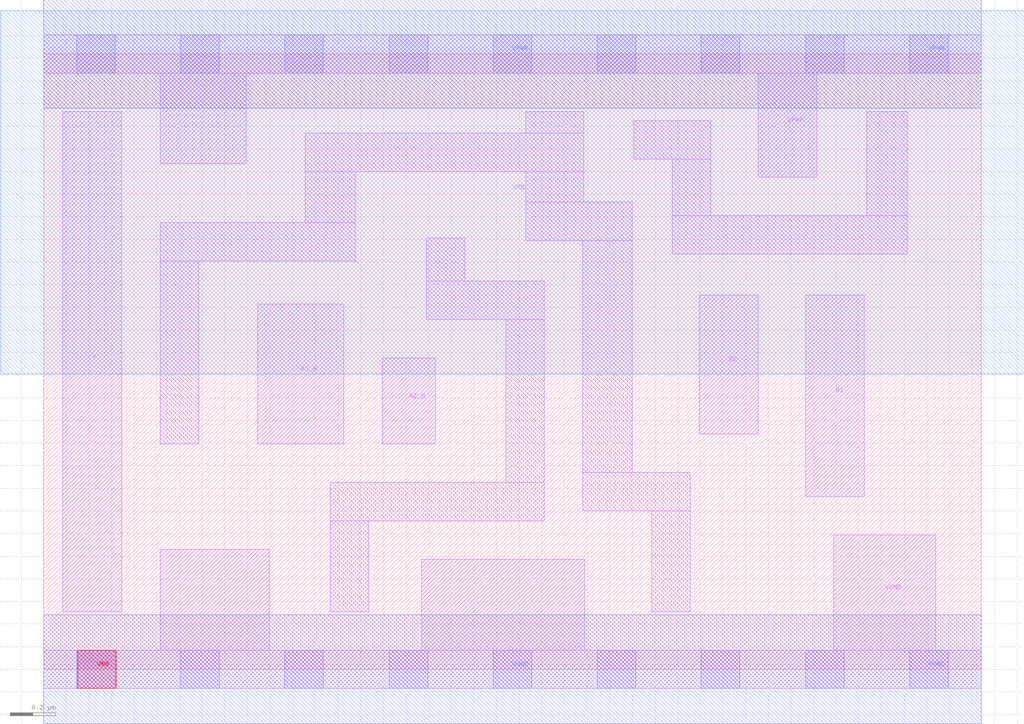
<source format=lef>
# Copyright 2020 The SkyWater PDK Authors
#
# Licensed under the Apache License, Version 2.0 (the "License");
# you may not use this file except in compliance with the License.
# You may obtain a copy of the License at
#
#     https://www.apache.org/licenses/LICENSE-2.0
#
# Unless required by applicable law or agreed to in writing, software
# distributed under the License is distributed on an "AS IS" BASIS,
# WITHOUT WARRANTIES OR CONDITIONS OF ANY KIND, either express or implied.
# See the License for the specific language governing permissions and
# limitations under the License.
#
# SPDX-License-Identifier: Apache-2.0

VERSION 5.7 ;
  NOWIREEXTENSIONATPIN ON ;
  DIVIDERCHAR "/" ;
  BUSBITCHARS "[]" ;
PROPERTYDEFINITIONS
  MACRO maskLayoutSubType STRING ;
  MACRO prCellType STRING ;
  MACRO originalViewName STRING ;
END PROPERTYDEFINITIONS
MACRO sky130_fd_sc_hdll__a2bb2o_1
  CLASS CORE ;
  FOREIGN sky130_fd_sc_hdll__a2bb2o_1 ;
  ORIGIN  0.000000  0.000000 ;
  SIZE  4.140000 BY  2.720000 ;
  SYMMETRY X Y R90 ;
  SITE unithd ;
  PIN A1_N
    ANTENNAGATEAREA  0.138600 ;
    DIRECTION INPUT ;
    USE SIGNAL ;
    PORT
      LAYER li1 ;
        RECT 0.945000 0.995000 1.325000 1.615000 ;
    END
  END A1_N
  PIN A2_N
    ANTENNAGATEAREA  0.138600 ;
    DIRECTION INPUT ;
    USE SIGNAL ;
    PORT
      LAYER li1 ;
        RECT 1.495000 0.995000 1.730000 1.375000 ;
    END
  END A2_N
  PIN B1
    ANTENNAGATEAREA  0.138600 ;
    DIRECTION INPUT ;
    USE SIGNAL ;
    PORT
      LAYER li1 ;
        RECT 3.365000 0.765000 3.625000 1.655000 ;
    END
  END B1
  PIN B2
    ANTENNAGATEAREA  0.138600 ;
    DIRECTION INPUT ;
    USE SIGNAL ;
    PORT
      LAYER li1 ;
        RECT 2.895000 1.040000 3.155000 1.655000 ;
    END
  END B2
  PIN VGND
    ANTENNADIFFAREA  0.774600 ;
    DIRECTION INOUT ;
    USE SIGNAL ;
    PORT
      LAYER li1 ;
        RECT 0.000000 -0.085000 4.140000 0.085000 ;
        RECT 0.515000  0.085000 0.995000 0.530000 ;
        RECT 1.670000  0.085000 2.390000 0.485000 ;
        RECT 3.490000  0.085000 3.940000 0.595000 ;
      LAYER mcon ;
        RECT 0.145000 -0.085000 0.315000 0.085000 ;
        RECT 0.605000 -0.085000 0.775000 0.085000 ;
        RECT 1.065000 -0.085000 1.235000 0.085000 ;
        RECT 1.525000 -0.085000 1.695000 0.085000 ;
        RECT 1.985000 -0.085000 2.155000 0.085000 ;
        RECT 2.445000 -0.085000 2.615000 0.085000 ;
        RECT 2.905000 -0.085000 3.075000 0.085000 ;
        RECT 3.365000 -0.085000 3.535000 0.085000 ;
        RECT 3.825000 -0.085000 3.995000 0.085000 ;
    END
    PORT
      LAYER met1 ;
        RECT 0.000000 -0.240000 4.140000 0.240000 ;
    END
  END VGND
  PIN VPWR
    ANTENNADIFFAREA  0.467400 ;
    DIRECTION INOUT ;
    USE SIGNAL ;
    PORT
      LAYER li1 ;
        RECT 0.000000 2.635000 4.140000 2.805000 ;
        RECT 0.515000 2.235000 0.895000 2.635000 ;
        RECT 3.155000 2.175000 3.415000 2.635000 ;
      LAYER mcon ;
        RECT 0.145000 2.635000 0.315000 2.805000 ;
        RECT 0.605000 2.635000 0.775000 2.805000 ;
        RECT 1.065000 2.635000 1.235000 2.805000 ;
        RECT 1.525000 2.635000 1.695000 2.805000 ;
        RECT 1.985000 2.635000 2.155000 2.805000 ;
        RECT 2.445000 2.635000 2.615000 2.805000 ;
        RECT 2.905000 2.635000 3.075000 2.805000 ;
        RECT 3.365000 2.635000 3.535000 2.805000 ;
        RECT 3.825000 2.635000 3.995000 2.805000 ;
    END
    PORT
      LAYER met1 ;
        RECT 0.000000 2.480000 4.140000 2.960000 ;
    END
  END VPWR
  PIN X
    ANTENNADIFFAREA  0.439000 ;
    DIRECTION OUTPUT ;
    USE SIGNAL ;
    PORT
      LAYER li1 ;
        RECT 0.085000 0.255000 0.345000 2.465000 ;
    END
  END X
  PIN VNB
    DIRECTION INOUT ;
    USE GROUND ;
    PORT
      LAYER pwell ;
        RECT 0.150000 -0.085000 0.320000 0.085000 ;
    END
  END VNB
  PIN VPB
    DIRECTION INOUT ;
    USE POWER ;
    PORT
      LAYER nwell ;
        RECT -0.190000 1.305000 4.330000 2.910000 ;
    END
  END VPB
  OBS
    LAYER li1 ;
      RECT 0.515000 0.995000 0.685000 1.805000 ;
      RECT 0.515000 1.805000 1.375000 1.975000 ;
      RECT 1.155000 1.975000 1.375000 2.200000 ;
      RECT 1.155000 2.200000 2.385000 2.370000 ;
      RECT 1.265000 0.255000 1.435000 0.655000 ;
      RECT 1.265000 0.655000 2.210000 0.825000 ;
      RECT 1.690000 1.545000 2.210000 1.715000 ;
      RECT 1.690000 1.715000 1.860000 1.905000 ;
      RECT 2.040000 0.825000 2.210000 1.545000 ;
      RECT 2.130000 1.895000 2.600000 2.065000 ;
      RECT 2.130000 2.065000 2.385000 2.200000 ;
      RECT 2.130000 2.370000 2.385000 2.465000 ;
      RECT 2.380000 0.700000 2.855000 0.870000 ;
      RECT 2.380000 0.870000 2.600000 1.895000 ;
      RECT 2.605000 2.255000 2.945000 2.425000 ;
      RECT 2.685000 0.255000 2.855000 0.700000 ;
      RECT 2.775000 1.835000 3.815000 2.005000 ;
      RECT 2.775000 2.005000 2.945000 2.255000 ;
      RECT 3.635000 2.005000 3.815000 2.465000 ;
  END
  PROPERTY maskLayoutSubType "abstract" ;
  PROPERTY prCellType "standard" ;
  PROPERTY originalViewName "layout" ;
END sky130_fd_sc_hdll__a2bb2o_1
END LIBRARY

</source>
